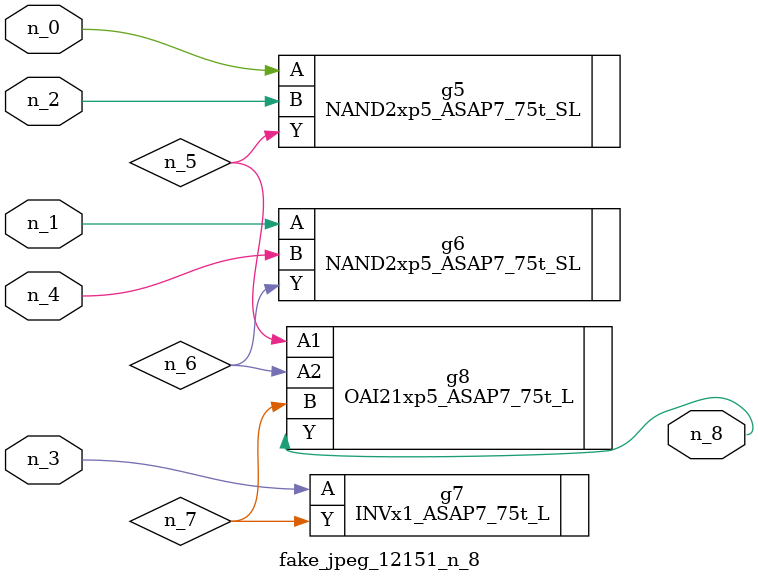
<source format=v>
module fake_jpeg_12151_n_8 (n_3, n_2, n_1, n_0, n_4, n_8);

input n_3;
input n_2;
input n_1;
input n_0;
input n_4;

output n_8;

wire n_6;
wire n_5;
wire n_7;

NAND2xp5_ASAP7_75t_SL g5 ( 
.A(n_0),
.B(n_2),
.Y(n_5)
);

NAND2xp5_ASAP7_75t_SL g6 ( 
.A(n_1),
.B(n_4),
.Y(n_6)
);

INVx1_ASAP7_75t_L g7 ( 
.A(n_3),
.Y(n_7)
);

OAI21xp5_ASAP7_75t_L g8 ( 
.A1(n_5),
.A2(n_6),
.B(n_7),
.Y(n_8)
);


endmodule
</source>
